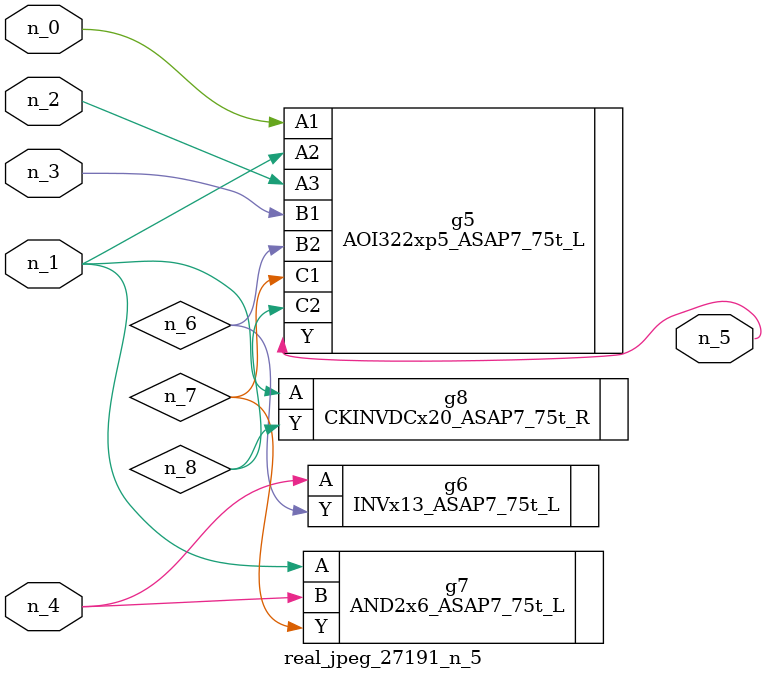
<source format=v>
module real_jpeg_27191_n_5 (n_4, n_0, n_1, n_2, n_3, n_5);

input n_4;
input n_0;
input n_1;
input n_2;
input n_3;

output n_5;

wire n_8;
wire n_6;
wire n_7;

AOI322xp5_ASAP7_75t_L g5 ( 
.A1(n_0),
.A2(n_1),
.A3(n_2),
.B1(n_3),
.B2(n_6),
.C1(n_7),
.C2(n_8),
.Y(n_5)
);

AND2x6_ASAP7_75t_L g7 ( 
.A(n_1),
.B(n_4),
.Y(n_7)
);

CKINVDCx20_ASAP7_75t_R g8 ( 
.A(n_1),
.Y(n_8)
);

INVx13_ASAP7_75t_L g6 ( 
.A(n_4),
.Y(n_6)
);


endmodule
</source>
